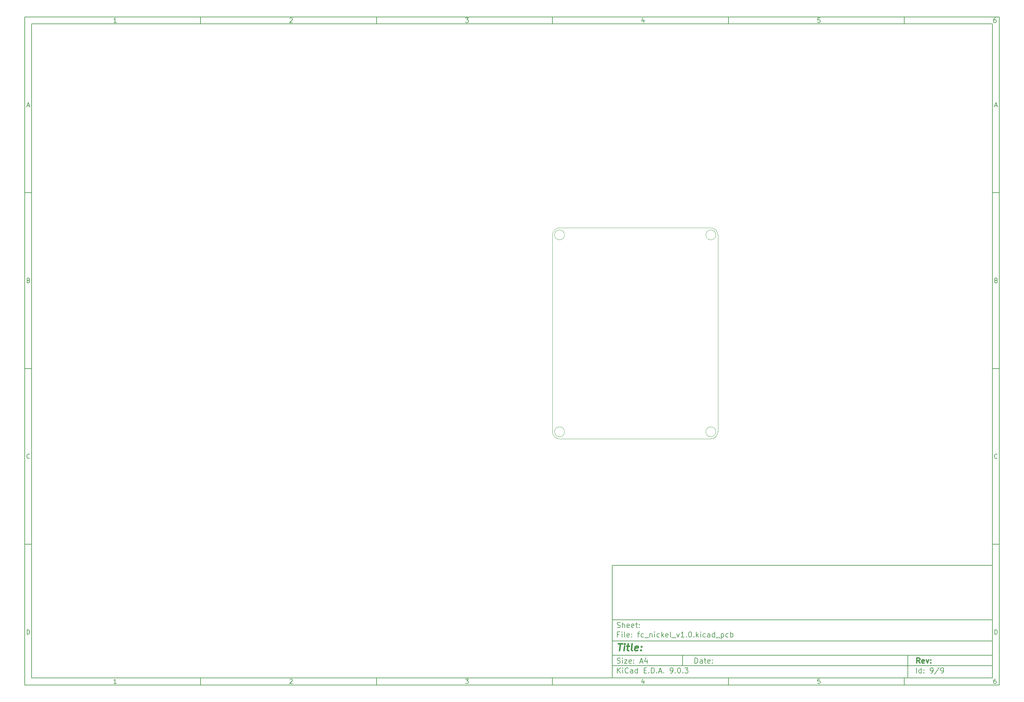
<source format=gbr>
%TF.GenerationSoftware,KiCad,Pcbnew,9.0.3*%
%TF.CreationDate,2025-07-26T10:56:30+05:30*%
%TF.ProjectId,fc_nickel_v1.0,66635f6e-6963-46b6-956c-5f76312e302e,rev?*%
%TF.SameCoordinates,Original*%
%TF.FileFunction,Profile,NP*%
%FSLAX46Y46*%
G04 Gerber Fmt 4.6, Leading zero omitted, Abs format (unit mm)*
G04 Created by KiCad (PCBNEW 9.0.3) date 2025-07-26 10:56:30*
%MOMM*%
%LPD*%
G01*
G04 APERTURE LIST*
%ADD10C,0.100000*%
%ADD11C,0.150000*%
%ADD12C,0.300000*%
%ADD13C,0.400000*%
%TA.AperFunction,Profile*%
%ADD14C,0.038100*%
%TD*%
G04 APERTURE END LIST*
D10*
D11*
X177002200Y-166007200D02*
X285002200Y-166007200D01*
X285002200Y-198007200D01*
X177002200Y-198007200D01*
X177002200Y-166007200D01*
D10*
D11*
X10000000Y-10000000D02*
X287002200Y-10000000D01*
X287002200Y-200007200D01*
X10000000Y-200007200D01*
X10000000Y-10000000D01*
D10*
D11*
X12000000Y-12000000D02*
X285002200Y-12000000D01*
X285002200Y-198007200D01*
X12000000Y-198007200D01*
X12000000Y-12000000D01*
D10*
D11*
X60000000Y-12000000D02*
X60000000Y-10000000D01*
D10*
D11*
X110000000Y-12000000D02*
X110000000Y-10000000D01*
D10*
D11*
X160000000Y-12000000D02*
X160000000Y-10000000D01*
D10*
D11*
X210000000Y-12000000D02*
X210000000Y-10000000D01*
D10*
D11*
X260000000Y-12000000D02*
X260000000Y-10000000D01*
D10*
D11*
X36089160Y-11593604D02*
X35346303Y-11593604D01*
X35717731Y-11593604D02*
X35717731Y-10293604D01*
X35717731Y-10293604D02*
X35593922Y-10479319D01*
X35593922Y-10479319D02*
X35470112Y-10603128D01*
X35470112Y-10603128D02*
X35346303Y-10665033D01*
D10*
D11*
X85346303Y-10417414D02*
X85408207Y-10355509D01*
X85408207Y-10355509D02*
X85532017Y-10293604D01*
X85532017Y-10293604D02*
X85841541Y-10293604D01*
X85841541Y-10293604D02*
X85965350Y-10355509D01*
X85965350Y-10355509D02*
X86027255Y-10417414D01*
X86027255Y-10417414D02*
X86089160Y-10541223D01*
X86089160Y-10541223D02*
X86089160Y-10665033D01*
X86089160Y-10665033D02*
X86027255Y-10850747D01*
X86027255Y-10850747D02*
X85284398Y-11593604D01*
X85284398Y-11593604D02*
X86089160Y-11593604D01*
D10*
D11*
X135284398Y-10293604D02*
X136089160Y-10293604D01*
X136089160Y-10293604D02*
X135655826Y-10788842D01*
X135655826Y-10788842D02*
X135841541Y-10788842D01*
X135841541Y-10788842D02*
X135965350Y-10850747D01*
X135965350Y-10850747D02*
X136027255Y-10912652D01*
X136027255Y-10912652D02*
X136089160Y-11036461D01*
X136089160Y-11036461D02*
X136089160Y-11345985D01*
X136089160Y-11345985D02*
X136027255Y-11469795D01*
X136027255Y-11469795D02*
X135965350Y-11531700D01*
X135965350Y-11531700D02*
X135841541Y-11593604D01*
X135841541Y-11593604D02*
X135470112Y-11593604D01*
X135470112Y-11593604D02*
X135346303Y-11531700D01*
X135346303Y-11531700D02*
X135284398Y-11469795D01*
D10*
D11*
X185965350Y-10726938D02*
X185965350Y-11593604D01*
X185655826Y-10231700D02*
X185346303Y-11160271D01*
X185346303Y-11160271D02*
X186151064Y-11160271D01*
D10*
D11*
X236027255Y-10293604D02*
X235408207Y-10293604D01*
X235408207Y-10293604D02*
X235346303Y-10912652D01*
X235346303Y-10912652D02*
X235408207Y-10850747D01*
X235408207Y-10850747D02*
X235532017Y-10788842D01*
X235532017Y-10788842D02*
X235841541Y-10788842D01*
X235841541Y-10788842D02*
X235965350Y-10850747D01*
X235965350Y-10850747D02*
X236027255Y-10912652D01*
X236027255Y-10912652D02*
X236089160Y-11036461D01*
X236089160Y-11036461D02*
X236089160Y-11345985D01*
X236089160Y-11345985D02*
X236027255Y-11469795D01*
X236027255Y-11469795D02*
X235965350Y-11531700D01*
X235965350Y-11531700D02*
X235841541Y-11593604D01*
X235841541Y-11593604D02*
X235532017Y-11593604D01*
X235532017Y-11593604D02*
X235408207Y-11531700D01*
X235408207Y-11531700D02*
X235346303Y-11469795D01*
D10*
D11*
X285965350Y-10293604D02*
X285717731Y-10293604D01*
X285717731Y-10293604D02*
X285593922Y-10355509D01*
X285593922Y-10355509D02*
X285532017Y-10417414D01*
X285532017Y-10417414D02*
X285408207Y-10603128D01*
X285408207Y-10603128D02*
X285346303Y-10850747D01*
X285346303Y-10850747D02*
X285346303Y-11345985D01*
X285346303Y-11345985D02*
X285408207Y-11469795D01*
X285408207Y-11469795D02*
X285470112Y-11531700D01*
X285470112Y-11531700D02*
X285593922Y-11593604D01*
X285593922Y-11593604D02*
X285841541Y-11593604D01*
X285841541Y-11593604D02*
X285965350Y-11531700D01*
X285965350Y-11531700D02*
X286027255Y-11469795D01*
X286027255Y-11469795D02*
X286089160Y-11345985D01*
X286089160Y-11345985D02*
X286089160Y-11036461D01*
X286089160Y-11036461D02*
X286027255Y-10912652D01*
X286027255Y-10912652D02*
X285965350Y-10850747D01*
X285965350Y-10850747D02*
X285841541Y-10788842D01*
X285841541Y-10788842D02*
X285593922Y-10788842D01*
X285593922Y-10788842D02*
X285470112Y-10850747D01*
X285470112Y-10850747D02*
X285408207Y-10912652D01*
X285408207Y-10912652D02*
X285346303Y-11036461D01*
D10*
D11*
X60000000Y-198007200D02*
X60000000Y-200007200D01*
D10*
D11*
X110000000Y-198007200D02*
X110000000Y-200007200D01*
D10*
D11*
X160000000Y-198007200D02*
X160000000Y-200007200D01*
D10*
D11*
X210000000Y-198007200D02*
X210000000Y-200007200D01*
D10*
D11*
X260000000Y-198007200D02*
X260000000Y-200007200D01*
D10*
D11*
X36089160Y-199600804D02*
X35346303Y-199600804D01*
X35717731Y-199600804D02*
X35717731Y-198300804D01*
X35717731Y-198300804D02*
X35593922Y-198486519D01*
X35593922Y-198486519D02*
X35470112Y-198610328D01*
X35470112Y-198610328D02*
X35346303Y-198672233D01*
D10*
D11*
X85346303Y-198424614D02*
X85408207Y-198362709D01*
X85408207Y-198362709D02*
X85532017Y-198300804D01*
X85532017Y-198300804D02*
X85841541Y-198300804D01*
X85841541Y-198300804D02*
X85965350Y-198362709D01*
X85965350Y-198362709D02*
X86027255Y-198424614D01*
X86027255Y-198424614D02*
X86089160Y-198548423D01*
X86089160Y-198548423D02*
X86089160Y-198672233D01*
X86089160Y-198672233D02*
X86027255Y-198857947D01*
X86027255Y-198857947D02*
X85284398Y-199600804D01*
X85284398Y-199600804D02*
X86089160Y-199600804D01*
D10*
D11*
X135284398Y-198300804D02*
X136089160Y-198300804D01*
X136089160Y-198300804D02*
X135655826Y-198796042D01*
X135655826Y-198796042D02*
X135841541Y-198796042D01*
X135841541Y-198796042D02*
X135965350Y-198857947D01*
X135965350Y-198857947D02*
X136027255Y-198919852D01*
X136027255Y-198919852D02*
X136089160Y-199043661D01*
X136089160Y-199043661D02*
X136089160Y-199353185D01*
X136089160Y-199353185D02*
X136027255Y-199476995D01*
X136027255Y-199476995D02*
X135965350Y-199538900D01*
X135965350Y-199538900D02*
X135841541Y-199600804D01*
X135841541Y-199600804D02*
X135470112Y-199600804D01*
X135470112Y-199600804D02*
X135346303Y-199538900D01*
X135346303Y-199538900D02*
X135284398Y-199476995D01*
D10*
D11*
X185965350Y-198734138D02*
X185965350Y-199600804D01*
X185655826Y-198238900D02*
X185346303Y-199167471D01*
X185346303Y-199167471D02*
X186151064Y-199167471D01*
D10*
D11*
X236027255Y-198300804D02*
X235408207Y-198300804D01*
X235408207Y-198300804D02*
X235346303Y-198919852D01*
X235346303Y-198919852D02*
X235408207Y-198857947D01*
X235408207Y-198857947D02*
X235532017Y-198796042D01*
X235532017Y-198796042D02*
X235841541Y-198796042D01*
X235841541Y-198796042D02*
X235965350Y-198857947D01*
X235965350Y-198857947D02*
X236027255Y-198919852D01*
X236027255Y-198919852D02*
X236089160Y-199043661D01*
X236089160Y-199043661D02*
X236089160Y-199353185D01*
X236089160Y-199353185D02*
X236027255Y-199476995D01*
X236027255Y-199476995D02*
X235965350Y-199538900D01*
X235965350Y-199538900D02*
X235841541Y-199600804D01*
X235841541Y-199600804D02*
X235532017Y-199600804D01*
X235532017Y-199600804D02*
X235408207Y-199538900D01*
X235408207Y-199538900D02*
X235346303Y-199476995D01*
D10*
D11*
X285965350Y-198300804D02*
X285717731Y-198300804D01*
X285717731Y-198300804D02*
X285593922Y-198362709D01*
X285593922Y-198362709D02*
X285532017Y-198424614D01*
X285532017Y-198424614D02*
X285408207Y-198610328D01*
X285408207Y-198610328D02*
X285346303Y-198857947D01*
X285346303Y-198857947D02*
X285346303Y-199353185D01*
X285346303Y-199353185D02*
X285408207Y-199476995D01*
X285408207Y-199476995D02*
X285470112Y-199538900D01*
X285470112Y-199538900D02*
X285593922Y-199600804D01*
X285593922Y-199600804D02*
X285841541Y-199600804D01*
X285841541Y-199600804D02*
X285965350Y-199538900D01*
X285965350Y-199538900D02*
X286027255Y-199476995D01*
X286027255Y-199476995D02*
X286089160Y-199353185D01*
X286089160Y-199353185D02*
X286089160Y-199043661D01*
X286089160Y-199043661D02*
X286027255Y-198919852D01*
X286027255Y-198919852D02*
X285965350Y-198857947D01*
X285965350Y-198857947D02*
X285841541Y-198796042D01*
X285841541Y-198796042D02*
X285593922Y-198796042D01*
X285593922Y-198796042D02*
X285470112Y-198857947D01*
X285470112Y-198857947D02*
X285408207Y-198919852D01*
X285408207Y-198919852D02*
X285346303Y-199043661D01*
D10*
D11*
X10000000Y-60000000D02*
X12000000Y-60000000D01*
D10*
D11*
X10000000Y-110000000D02*
X12000000Y-110000000D01*
D10*
D11*
X10000000Y-160000000D02*
X12000000Y-160000000D01*
D10*
D11*
X10690476Y-35222176D02*
X11309523Y-35222176D01*
X10566666Y-35593604D02*
X10999999Y-34293604D01*
X10999999Y-34293604D02*
X11433333Y-35593604D01*
D10*
D11*
X11092857Y-84912652D02*
X11278571Y-84974557D01*
X11278571Y-84974557D02*
X11340476Y-85036461D01*
X11340476Y-85036461D02*
X11402380Y-85160271D01*
X11402380Y-85160271D02*
X11402380Y-85345985D01*
X11402380Y-85345985D02*
X11340476Y-85469795D01*
X11340476Y-85469795D02*
X11278571Y-85531700D01*
X11278571Y-85531700D02*
X11154761Y-85593604D01*
X11154761Y-85593604D02*
X10659523Y-85593604D01*
X10659523Y-85593604D02*
X10659523Y-84293604D01*
X10659523Y-84293604D02*
X11092857Y-84293604D01*
X11092857Y-84293604D02*
X11216666Y-84355509D01*
X11216666Y-84355509D02*
X11278571Y-84417414D01*
X11278571Y-84417414D02*
X11340476Y-84541223D01*
X11340476Y-84541223D02*
X11340476Y-84665033D01*
X11340476Y-84665033D02*
X11278571Y-84788842D01*
X11278571Y-84788842D02*
X11216666Y-84850747D01*
X11216666Y-84850747D02*
X11092857Y-84912652D01*
X11092857Y-84912652D02*
X10659523Y-84912652D01*
D10*
D11*
X11402380Y-135469795D02*
X11340476Y-135531700D01*
X11340476Y-135531700D02*
X11154761Y-135593604D01*
X11154761Y-135593604D02*
X11030952Y-135593604D01*
X11030952Y-135593604D02*
X10845238Y-135531700D01*
X10845238Y-135531700D02*
X10721428Y-135407890D01*
X10721428Y-135407890D02*
X10659523Y-135284080D01*
X10659523Y-135284080D02*
X10597619Y-135036461D01*
X10597619Y-135036461D02*
X10597619Y-134850747D01*
X10597619Y-134850747D02*
X10659523Y-134603128D01*
X10659523Y-134603128D02*
X10721428Y-134479319D01*
X10721428Y-134479319D02*
X10845238Y-134355509D01*
X10845238Y-134355509D02*
X11030952Y-134293604D01*
X11030952Y-134293604D02*
X11154761Y-134293604D01*
X11154761Y-134293604D02*
X11340476Y-134355509D01*
X11340476Y-134355509D02*
X11402380Y-134417414D01*
D10*
D11*
X10659523Y-185593604D02*
X10659523Y-184293604D01*
X10659523Y-184293604D02*
X10969047Y-184293604D01*
X10969047Y-184293604D02*
X11154761Y-184355509D01*
X11154761Y-184355509D02*
X11278571Y-184479319D01*
X11278571Y-184479319D02*
X11340476Y-184603128D01*
X11340476Y-184603128D02*
X11402380Y-184850747D01*
X11402380Y-184850747D02*
X11402380Y-185036461D01*
X11402380Y-185036461D02*
X11340476Y-185284080D01*
X11340476Y-185284080D02*
X11278571Y-185407890D01*
X11278571Y-185407890D02*
X11154761Y-185531700D01*
X11154761Y-185531700D02*
X10969047Y-185593604D01*
X10969047Y-185593604D02*
X10659523Y-185593604D01*
D10*
D11*
X287002200Y-60000000D02*
X285002200Y-60000000D01*
D10*
D11*
X287002200Y-110000000D02*
X285002200Y-110000000D01*
D10*
D11*
X287002200Y-160000000D02*
X285002200Y-160000000D01*
D10*
D11*
X285692676Y-35222176D02*
X286311723Y-35222176D01*
X285568866Y-35593604D02*
X286002199Y-34293604D01*
X286002199Y-34293604D02*
X286435533Y-35593604D01*
D10*
D11*
X286095057Y-84912652D02*
X286280771Y-84974557D01*
X286280771Y-84974557D02*
X286342676Y-85036461D01*
X286342676Y-85036461D02*
X286404580Y-85160271D01*
X286404580Y-85160271D02*
X286404580Y-85345985D01*
X286404580Y-85345985D02*
X286342676Y-85469795D01*
X286342676Y-85469795D02*
X286280771Y-85531700D01*
X286280771Y-85531700D02*
X286156961Y-85593604D01*
X286156961Y-85593604D02*
X285661723Y-85593604D01*
X285661723Y-85593604D02*
X285661723Y-84293604D01*
X285661723Y-84293604D02*
X286095057Y-84293604D01*
X286095057Y-84293604D02*
X286218866Y-84355509D01*
X286218866Y-84355509D02*
X286280771Y-84417414D01*
X286280771Y-84417414D02*
X286342676Y-84541223D01*
X286342676Y-84541223D02*
X286342676Y-84665033D01*
X286342676Y-84665033D02*
X286280771Y-84788842D01*
X286280771Y-84788842D02*
X286218866Y-84850747D01*
X286218866Y-84850747D02*
X286095057Y-84912652D01*
X286095057Y-84912652D02*
X285661723Y-84912652D01*
D10*
D11*
X286404580Y-135469795D02*
X286342676Y-135531700D01*
X286342676Y-135531700D02*
X286156961Y-135593604D01*
X286156961Y-135593604D02*
X286033152Y-135593604D01*
X286033152Y-135593604D02*
X285847438Y-135531700D01*
X285847438Y-135531700D02*
X285723628Y-135407890D01*
X285723628Y-135407890D02*
X285661723Y-135284080D01*
X285661723Y-135284080D02*
X285599819Y-135036461D01*
X285599819Y-135036461D02*
X285599819Y-134850747D01*
X285599819Y-134850747D02*
X285661723Y-134603128D01*
X285661723Y-134603128D02*
X285723628Y-134479319D01*
X285723628Y-134479319D02*
X285847438Y-134355509D01*
X285847438Y-134355509D02*
X286033152Y-134293604D01*
X286033152Y-134293604D02*
X286156961Y-134293604D01*
X286156961Y-134293604D02*
X286342676Y-134355509D01*
X286342676Y-134355509D02*
X286404580Y-134417414D01*
D10*
D11*
X285661723Y-185593604D02*
X285661723Y-184293604D01*
X285661723Y-184293604D02*
X285971247Y-184293604D01*
X285971247Y-184293604D02*
X286156961Y-184355509D01*
X286156961Y-184355509D02*
X286280771Y-184479319D01*
X286280771Y-184479319D02*
X286342676Y-184603128D01*
X286342676Y-184603128D02*
X286404580Y-184850747D01*
X286404580Y-184850747D02*
X286404580Y-185036461D01*
X286404580Y-185036461D02*
X286342676Y-185284080D01*
X286342676Y-185284080D02*
X286280771Y-185407890D01*
X286280771Y-185407890D02*
X286156961Y-185531700D01*
X286156961Y-185531700D02*
X285971247Y-185593604D01*
X285971247Y-185593604D02*
X285661723Y-185593604D01*
D10*
D11*
X200458026Y-193793328D02*
X200458026Y-192293328D01*
X200458026Y-192293328D02*
X200815169Y-192293328D01*
X200815169Y-192293328D02*
X201029455Y-192364757D01*
X201029455Y-192364757D02*
X201172312Y-192507614D01*
X201172312Y-192507614D02*
X201243741Y-192650471D01*
X201243741Y-192650471D02*
X201315169Y-192936185D01*
X201315169Y-192936185D02*
X201315169Y-193150471D01*
X201315169Y-193150471D02*
X201243741Y-193436185D01*
X201243741Y-193436185D02*
X201172312Y-193579042D01*
X201172312Y-193579042D02*
X201029455Y-193721900D01*
X201029455Y-193721900D02*
X200815169Y-193793328D01*
X200815169Y-193793328D02*
X200458026Y-193793328D01*
X202600884Y-193793328D02*
X202600884Y-193007614D01*
X202600884Y-193007614D02*
X202529455Y-192864757D01*
X202529455Y-192864757D02*
X202386598Y-192793328D01*
X202386598Y-192793328D02*
X202100884Y-192793328D01*
X202100884Y-192793328D02*
X201958026Y-192864757D01*
X202600884Y-193721900D02*
X202458026Y-193793328D01*
X202458026Y-193793328D02*
X202100884Y-193793328D01*
X202100884Y-193793328D02*
X201958026Y-193721900D01*
X201958026Y-193721900D02*
X201886598Y-193579042D01*
X201886598Y-193579042D02*
X201886598Y-193436185D01*
X201886598Y-193436185D02*
X201958026Y-193293328D01*
X201958026Y-193293328D02*
X202100884Y-193221900D01*
X202100884Y-193221900D02*
X202458026Y-193221900D01*
X202458026Y-193221900D02*
X202600884Y-193150471D01*
X203100884Y-192793328D02*
X203672312Y-192793328D01*
X203315169Y-192293328D02*
X203315169Y-193579042D01*
X203315169Y-193579042D02*
X203386598Y-193721900D01*
X203386598Y-193721900D02*
X203529455Y-193793328D01*
X203529455Y-193793328D02*
X203672312Y-193793328D01*
X204743741Y-193721900D02*
X204600884Y-193793328D01*
X204600884Y-193793328D02*
X204315170Y-193793328D01*
X204315170Y-193793328D02*
X204172312Y-193721900D01*
X204172312Y-193721900D02*
X204100884Y-193579042D01*
X204100884Y-193579042D02*
X204100884Y-193007614D01*
X204100884Y-193007614D02*
X204172312Y-192864757D01*
X204172312Y-192864757D02*
X204315170Y-192793328D01*
X204315170Y-192793328D02*
X204600884Y-192793328D01*
X204600884Y-192793328D02*
X204743741Y-192864757D01*
X204743741Y-192864757D02*
X204815170Y-193007614D01*
X204815170Y-193007614D02*
X204815170Y-193150471D01*
X204815170Y-193150471D02*
X204100884Y-193293328D01*
X205458026Y-193650471D02*
X205529455Y-193721900D01*
X205529455Y-193721900D02*
X205458026Y-193793328D01*
X205458026Y-193793328D02*
X205386598Y-193721900D01*
X205386598Y-193721900D02*
X205458026Y-193650471D01*
X205458026Y-193650471D02*
X205458026Y-193793328D01*
X205458026Y-192864757D02*
X205529455Y-192936185D01*
X205529455Y-192936185D02*
X205458026Y-193007614D01*
X205458026Y-193007614D02*
X205386598Y-192936185D01*
X205386598Y-192936185D02*
X205458026Y-192864757D01*
X205458026Y-192864757D02*
X205458026Y-193007614D01*
D10*
D11*
X177002200Y-194507200D02*
X285002200Y-194507200D01*
D10*
D11*
X178458026Y-196593328D02*
X178458026Y-195093328D01*
X179315169Y-196593328D02*
X178672312Y-195736185D01*
X179315169Y-195093328D02*
X178458026Y-195950471D01*
X179958026Y-196593328D02*
X179958026Y-195593328D01*
X179958026Y-195093328D02*
X179886598Y-195164757D01*
X179886598Y-195164757D02*
X179958026Y-195236185D01*
X179958026Y-195236185D02*
X180029455Y-195164757D01*
X180029455Y-195164757D02*
X179958026Y-195093328D01*
X179958026Y-195093328D02*
X179958026Y-195236185D01*
X181529455Y-196450471D02*
X181458027Y-196521900D01*
X181458027Y-196521900D02*
X181243741Y-196593328D01*
X181243741Y-196593328D02*
X181100884Y-196593328D01*
X181100884Y-196593328D02*
X180886598Y-196521900D01*
X180886598Y-196521900D02*
X180743741Y-196379042D01*
X180743741Y-196379042D02*
X180672312Y-196236185D01*
X180672312Y-196236185D02*
X180600884Y-195950471D01*
X180600884Y-195950471D02*
X180600884Y-195736185D01*
X180600884Y-195736185D02*
X180672312Y-195450471D01*
X180672312Y-195450471D02*
X180743741Y-195307614D01*
X180743741Y-195307614D02*
X180886598Y-195164757D01*
X180886598Y-195164757D02*
X181100884Y-195093328D01*
X181100884Y-195093328D02*
X181243741Y-195093328D01*
X181243741Y-195093328D02*
X181458027Y-195164757D01*
X181458027Y-195164757D02*
X181529455Y-195236185D01*
X182815170Y-196593328D02*
X182815170Y-195807614D01*
X182815170Y-195807614D02*
X182743741Y-195664757D01*
X182743741Y-195664757D02*
X182600884Y-195593328D01*
X182600884Y-195593328D02*
X182315170Y-195593328D01*
X182315170Y-195593328D02*
X182172312Y-195664757D01*
X182815170Y-196521900D02*
X182672312Y-196593328D01*
X182672312Y-196593328D02*
X182315170Y-196593328D01*
X182315170Y-196593328D02*
X182172312Y-196521900D01*
X182172312Y-196521900D02*
X182100884Y-196379042D01*
X182100884Y-196379042D02*
X182100884Y-196236185D01*
X182100884Y-196236185D02*
X182172312Y-196093328D01*
X182172312Y-196093328D02*
X182315170Y-196021900D01*
X182315170Y-196021900D02*
X182672312Y-196021900D01*
X182672312Y-196021900D02*
X182815170Y-195950471D01*
X184172313Y-196593328D02*
X184172313Y-195093328D01*
X184172313Y-196521900D02*
X184029455Y-196593328D01*
X184029455Y-196593328D02*
X183743741Y-196593328D01*
X183743741Y-196593328D02*
X183600884Y-196521900D01*
X183600884Y-196521900D02*
X183529455Y-196450471D01*
X183529455Y-196450471D02*
X183458027Y-196307614D01*
X183458027Y-196307614D02*
X183458027Y-195879042D01*
X183458027Y-195879042D02*
X183529455Y-195736185D01*
X183529455Y-195736185D02*
X183600884Y-195664757D01*
X183600884Y-195664757D02*
X183743741Y-195593328D01*
X183743741Y-195593328D02*
X184029455Y-195593328D01*
X184029455Y-195593328D02*
X184172313Y-195664757D01*
X186029455Y-195807614D02*
X186529455Y-195807614D01*
X186743741Y-196593328D02*
X186029455Y-196593328D01*
X186029455Y-196593328D02*
X186029455Y-195093328D01*
X186029455Y-195093328D02*
X186743741Y-195093328D01*
X187386598Y-196450471D02*
X187458027Y-196521900D01*
X187458027Y-196521900D02*
X187386598Y-196593328D01*
X187386598Y-196593328D02*
X187315170Y-196521900D01*
X187315170Y-196521900D02*
X187386598Y-196450471D01*
X187386598Y-196450471D02*
X187386598Y-196593328D01*
X188100884Y-196593328D02*
X188100884Y-195093328D01*
X188100884Y-195093328D02*
X188458027Y-195093328D01*
X188458027Y-195093328D02*
X188672313Y-195164757D01*
X188672313Y-195164757D02*
X188815170Y-195307614D01*
X188815170Y-195307614D02*
X188886599Y-195450471D01*
X188886599Y-195450471D02*
X188958027Y-195736185D01*
X188958027Y-195736185D02*
X188958027Y-195950471D01*
X188958027Y-195950471D02*
X188886599Y-196236185D01*
X188886599Y-196236185D02*
X188815170Y-196379042D01*
X188815170Y-196379042D02*
X188672313Y-196521900D01*
X188672313Y-196521900D02*
X188458027Y-196593328D01*
X188458027Y-196593328D02*
X188100884Y-196593328D01*
X189600884Y-196450471D02*
X189672313Y-196521900D01*
X189672313Y-196521900D02*
X189600884Y-196593328D01*
X189600884Y-196593328D02*
X189529456Y-196521900D01*
X189529456Y-196521900D02*
X189600884Y-196450471D01*
X189600884Y-196450471D02*
X189600884Y-196593328D01*
X190243742Y-196164757D02*
X190958028Y-196164757D01*
X190100885Y-196593328D02*
X190600885Y-195093328D01*
X190600885Y-195093328D02*
X191100885Y-196593328D01*
X191600884Y-196450471D02*
X191672313Y-196521900D01*
X191672313Y-196521900D02*
X191600884Y-196593328D01*
X191600884Y-196593328D02*
X191529456Y-196521900D01*
X191529456Y-196521900D02*
X191600884Y-196450471D01*
X191600884Y-196450471D02*
X191600884Y-196593328D01*
X193529456Y-196593328D02*
X193815170Y-196593328D01*
X193815170Y-196593328D02*
X193958027Y-196521900D01*
X193958027Y-196521900D02*
X194029456Y-196450471D01*
X194029456Y-196450471D02*
X194172313Y-196236185D01*
X194172313Y-196236185D02*
X194243742Y-195950471D01*
X194243742Y-195950471D02*
X194243742Y-195379042D01*
X194243742Y-195379042D02*
X194172313Y-195236185D01*
X194172313Y-195236185D02*
X194100885Y-195164757D01*
X194100885Y-195164757D02*
X193958027Y-195093328D01*
X193958027Y-195093328D02*
X193672313Y-195093328D01*
X193672313Y-195093328D02*
X193529456Y-195164757D01*
X193529456Y-195164757D02*
X193458027Y-195236185D01*
X193458027Y-195236185D02*
X193386599Y-195379042D01*
X193386599Y-195379042D02*
X193386599Y-195736185D01*
X193386599Y-195736185D02*
X193458027Y-195879042D01*
X193458027Y-195879042D02*
X193529456Y-195950471D01*
X193529456Y-195950471D02*
X193672313Y-196021900D01*
X193672313Y-196021900D02*
X193958027Y-196021900D01*
X193958027Y-196021900D02*
X194100885Y-195950471D01*
X194100885Y-195950471D02*
X194172313Y-195879042D01*
X194172313Y-195879042D02*
X194243742Y-195736185D01*
X194886598Y-196450471D02*
X194958027Y-196521900D01*
X194958027Y-196521900D02*
X194886598Y-196593328D01*
X194886598Y-196593328D02*
X194815170Y-196521900D01*
X194815170Y-196521900D02*
X194886598Y-196450471D01*
X194886598Y-196450471D02*
X194886598Y-196593328D01*
X195886599Y-195093328D02*
X196029456Y-195093328D01*
X196029456Y-195093328D02*
X196172313Y-195164757D01*
X196172313Y-195164757D02*
X196243742Y-195236185D01*
X196243742Y-195236185D02*
X196315170Y-195379042D01*
X196315170Y-195379042D02*
X196386599Y-195664757D01*
X196386599Y-195664757D02*
X196386599Y-196021900D01*
X196386599Y-196021900D02*
X196315170Y-196307614D01*
X196315170Y-196307614D02*
X196243742Y-196450471D01*
X196243742Y-196450471D02*
X196172313Y-196521900D01*
X196172313Y-196521900D02*
X196029456Y-196593328D01*
X196029456Y-196593328D02*
X195886599Y-196593328D01*
X195886599Y-196593328D02*
X195743742Y-196521900D01*
X195743742Y-196521900D02*
X195672313Y-196450471D01*
X195672313Y-196450471D02*
X195600884Y-196307614D01*
X195600884Y-196307614D02*
X195529456Y-196021900D01*
X195529456Y-196021900D02*
X195529456Y-195664757D01*
X195529456Y-195664757D02*
X195600884Y-195379042D01*
X195600884Y-195379042D02*
X195672313Y-195236185D01*
X195672313Y-195236185D02*
X195743742Y-195164757D01*
X195743742Y-195164757D02*
X195886599Y-195093328D01*
X197029455Y-196450471D02*
X197100884Y-196521900D01*
X197100884Y-196521900D02*
X197029455Y-196593328D01*
X197029455Y-196593328D02*
X196958027Y-196521900D01*
X196958027Y-196521900D02*
X197029455Y-196450471D01*
X197029455Y-196450471D02*
X197029455Y-196593328D01*
X197600884Y-195093328D02*
X198529456Y-195093328D01*
X198529456Y-195093328D02*
X198029456Y-195664757D01*
X198029456Y-195664757D02*
X198243741Y-195664757D01*
X198243741Y-195664757D02*
X198386599Y-195736185D01*
X198386599Y-195736185D02*
X198458027Y-195807614D01*
X198458027Y-195807614D02*
X198529456Y-195950471D01*
X198529456Y-195950471D02*
X198529456Y-196307614D01*
X198529456Y-196307614D02*
X198458027Y-196450471D01*
X198458027Y-196450471D02*
X198386599Y-196521900D01*
X198386599Y-196521900D02*
X198243741Y-196593328D01*
X198243741Y-196593328D02*
X197815170Y-196593328D01*
X197815170Y-196593328D02*
X197672313Y-196521900D01*
X197672313Y-196521900D02*
X197600884Y-196450471D01*
D10*
D11*
X177002200Y-191507200D02*
X285002200Y-191507200D01*
D10*
D12*
X264413853Y-193785528D02*
X263913853Y-193071242D01*
X263556710Y-193785528D02*
X263556710Y-192285528D01*
X263556710Y-192285528D02*
X264128139Y-192285528D01*
X264128139Y-192285528D02*
X264270996Y-192356957D01*
X264270996Y-192356957D02*
X264342425Y-192428385D01*
X264342425Y-192428385D02*
X264413853Y-192571242D01*
X264413853Y-192571242D02*
X264413853Y-192785528D01*
X264413853Y-192785528D02*
X264342425Y-192928385D01*
X264342425Y-192928385D02*
X264270996Y-192999814D01*
X264270996Y-192999814D02*
X264128139Y-193071242D01*
X264128139Y-193071242D02*
X263556710Y-193071242D01*
X265628139Y-193714100D02*
X265485282Y-193785528D01*
X265485282Y-193785528D02*
X265199568Y-193785528D01*
X265199568Y-193785528D02*
X265056710Y-193714100D01*
X265056710Y-193714100D02*
X264985282Y-193571242D01*
X264985282Y-193571242D02*
X264985282Y-192999814D01*
X264985282Y-192999814D02*
X265056710Y-192856957D01*
X265056710Y-192856957D02*
X265199568Y-192785528D01*
X265199568Y-192785528D02*
X265485282Y-192785528D01*
X265485282Y-192785528D02*
X265628139Y-192856957D01*
X265628139Y-192856957D02*
X265699568Y-192999814D01*
X265699568Y-192999814D02*
X265699568Y-193142671D01*
X265699568Y-193142671D02*
X264985282Y-193285528D01*
X266199567Y-192785528D02*
X266556710Y-193785528D01*
X266556710Y-193785528D02*
X266913853Y-192785528D01*
X267485281Y-193642671D02*
X267556710Y-193714100D01*
X267556710Y-193714100D02*
X267485281Y-193785528D01*
X267485281Y-193785528D02*
X267413853Y-193714100D01*
X267413853Y-193714100D02*
X267485281Y-193642671D01*
X267485281Y-193642671D02*
X267485281Y-193785528D01*
X267485281Y-192856957D02*
X267556710Y-192928385D01*
X267556710Y-192928385D02*
X267485281Y-192999814D01*
X267485281Y-192999814D02*
X267413853Y-192928385D01*
X267413853Y-192928385D02*
X267485281Y-192856957D01*
X267485281Y-192856957D02*
X267485281Y-192999814D01*
D10*
D11*
X178386598Y-193721900D02*
X178600884Y-193793328D01*
X178600884Y-193793328D02*
X178958026Y-193793328D01*
X178958026Y-193793328D02*
X179100884Y-193721900D01*
X179100884Y-193721900D02*
X179172312Y-193650471D01*
X179172312Y-193650471D02*
X179243741Y-193507614D01*
X179243741Y-193507614D02*
X179243741Y-193364757D01*
X179243741Y-193364757D02*
X179172312Y-193221900D01*
X179172312Y-193221900D02*
X179100884Y-193150471D01*
X179100884Y-193150471D02*
X178958026Y-193079042D01*
X178958026Y-193079042D02*
X178672312Y-193007614D01*
X178672312Y-193007614D02*
X178529455Y-192936185D01*
X178529455Y-192936185D02*
X178458026Y-192864757D01*
X178458026Y-192864757D02*
X178386598Y-192721900D01*
X178386598Y-192721900D02*
X178386598Y-192579042D01*
X178386598Y-192579042D02*
X178458026Y-192436185D01*
X178458026Y-192436185D02*
X178529455Y-192364757D01*
X178529455Y-192364757D02*
X178672312Y-192293328D01*
X178672312Y-192293328D02*
X179029455Y-192293328D01*
X179029455Y-192293328D02*
X179243741Y-192364757D01*
X179886597Y-193793328D02*
X179886597Y-192793328D01*
X179886597Y-192293328D02*
X179815169Y-192364757D01*
X179815169Y-192364757D02*
X179886597Y-192436185D01*
X179886597Y-192436185D02*
X179958026Y-192364757D01*
X179958026Y-192364757D02*
X179886597Y-192293328D01*
X179886597Y-192293328D02*
X179886597Y-192436185D01*
X180458026Y-192793328D02*
X181243741Y-192793328D01*
X181243741Y-192793328D02*
X180458026Y-193793328D01*
X180458026Y-193793328D02*
X181243741Y-193793328D01*
X182386598Y-193721900D02*
X182243741Y-193793328D01*
X182243741Y-193793328D02*
X181958027Y-193793328D01*
X181958027Y-193793328D02*
X181815169Y-193721900D01*
X181815169Y-193721900D02*
X181743741Y-193579042D01*
X181743741Y-193579042D02*
X181743741Y-193007614D01*
X181743741Y-193007614D02*
X181815169Y-192864757D01*
X181815169Y-192864757D02*
X181958027Y-192793328D01*
X181958027Y-192793328D02*
X182243741Y-192793328D01*
X182243741Y-192793328D02*
X182386598Y-192864757D01*
X182386598Y-192864757D02*
X182458027Y-193007614D01*
X182458027Y-193007614D02*
X182458027Y-193150471D01*
X182458027Y-193150471D02*
X181743741Y-193293328D01*
X183100883Y-193650471D02*
X183172312Y-193721900D01*
X183172312Y-193721900D02*
X183100883Y-193793328D01*
X183100883Y-193793328D02*
X183029455Y-193721900D01*
X183029455Y-193721900D02*
X183100883Y-193650471D01*
X183100883Y-193650471D02*
X183100883Y-193793328D01*
X183100883Y-192864757D02*
X183172312Y-192936185D01*
X183172312Y-192936185D02*
X183100883Y-193007614D01*
X183100883Y-193007614D02*
X183029455Y-192936185D01*
X183029455Y-192936185D02*
X183100883Y-192864757D01*
X183100883Y-192864757D02*
X183100883Y-193007614D01*
X184886598Y-193364757D02*
X185600884Y-193364757D01*
X184743741Y-193793328D02*
X185243741Y-192293328D01*
X185243741Y-192293328D02*
X185743741Y-193793328D01*
X186886598Y-192793328D02*
X186886598Y-193793328D01*
X186529455Y-192221900D02*
X186172312Y-193293328D01*
X186172312Y-193293328D02*
X187100883Y-193293328D01*
D10*
D11*
X263458026Y-196593328D02*
X263458026Y-195093328D01*
X264815170Y-196593328D02*
X264815170Y-195093328D01*
X264815170Y-196521900D02*
X264672312Y-196593328D01*
X264672312Y-196593328D02*
X264386598Y-196593328D01*
X264386598Y-196593328D02*
X264243741Y-196521900D01*
X264243741Y-196521900D02*
X264172312Y-196450471D01*
X264172312Y-196450471D02*
X264100884Y-196307614D01*
X264100884Y-196307614D02*
X264100884Y-195879042D01*
X264100884Y-195879042D02*
X264172312Y-195736185D01*
X264172312Y-195736185D02*
X264243741Y-195664757D01*
X264243741Y-195664757D02*
X264386598Y-195593328D01*
X264386598Y-195593328D02*
X264672312Y-195593328D01*
X264672312Y-195593328D02*
X264815170Y-195664757D01*
X265529455Y-196450471D02*
X265600884Y-196521900D01*
X265600884Y-196521900D02*
X265529455Y-196593328D01*
X265529455Y-196593328D02*
X265458027Y-196521900D01*
X265458027Y-196521900D02*
X265529455Y-196450471D01*
X265529455Y-196450471D02*
X265529455Y-196593328D01*
X265529455Y-195664757D02*
X265600884Y-195736185D01*
X265600884Y-195736185D02*
X265529455Y-195807614D01*
X265529455Y-195807614D02*
X265458027Y-195736185D01*
X265458027Y-195736185D02*
X265529455Y-195664757D01*
X265529455Y-195664757D02*
X265529455Y-195807614D01*
X267458027Y-196593328D02*
X267743741Y-196593328D01*
X267743741Y-196593328D02*
X267886598Y-196521900D01*
X267886598Y-196521900D02*
X267958027Y-196450471D01*
X267958027Y-196450471D02*
X268100884Y-196236185D01*
X268100884Y-196236185D02*
X268172313Y-195950471D01*
X268172313Y-195950471D02*
X268172313Y-195379042D01*
X268172313Y-195379042D02*
X268100884Y-195236185D01*
X268100884Y-195236185D02*
X268029456Y-195164757D01*
X268029456Y-195164757D02*
X267886598Y-195093328D01*
X267886598Y-195093328D02*
X267600884Y-195093328D01*
X267600884Y-195093328D02*
X267458027Y-195164757D01*
X267458027Y-195164757D02*
X267386598Y-195236185D01*
X267386598Y-195236185D02*
X267315170Y-195379042D01*
X267315170Y-195379042D02*
X267315170Y-195736185D01*
X267315170Y-195736185D02*
X267386598Y-195879042D01*
X267386598Y-195879042D02*
X267458027Y-195950471D01*
X267458027Y-195950471D02*
X267600884Y-196021900D01*
X267600884Y-196021900D02*
X267886598Y-196021900D01*
X267886598Y-196021900D02*
X268029456Y-195950471D01*
X268029456Y-195950471D02*
X268100884Y-195879042D01*
X268100884Y-195879042D02*
X268172313Y-195736185D01*
X269886598Y-195021900D02*
X268600884Y-196950471D01*
X270458027Y-196593328D02*
X270743741Y-196593328D01*
X270743741Y-196593328D02*
X270886598Y-196521900D01*
X270886598Y-196521900D02*
X270958027Y-196450471D01*
X270958027Y-196450471D02*
X271100884Y-196236185D01*
X271100884Y-196236185D02*
X271172313Y-195950471D01*
X271172313Y-195950471D02*
X271172313Y-195379042D01*
X271172313Y-195379042D02*
X271100884Y-195236185D01*
X271100884Y-195236185D02*
X271029456Y-195164757D01*
X271029456Y-195164757D02*
X270886598Y-195093328D01*
X270886598Y-195093328D02*
X270600884Y-195093328D01*
X270600884Y-195093328D02*
X270458027Y-195164757D01*
X270458027Y-195164757D02*
X270386598Y-195236185D01*
X270386598Y-195236185D02*
X270315170Y-195379042D01*
X270315170Y-195379042D02*
X270315170Y-195736185D01*
X270315170Y-195736185D02*
X270386598Y-195879042D01*
X270386598Y-195879042D02*
X270458027Y-195950471D01*
X270458027Y-195950471D02*
X270600884Y-196021900D01*
X270600884Y-196021900D02*
X270886598Y-196021900D01*
X270886598Y-196021900D02*
X271029456Y-195950471D01*
X271029456Y-195950471D02*
X271100884Y-195879042D01*
X271100884Y-195879042D02*
X271172313Y-195736185D01*
D10*
D11*
X177002200Y-187507200D02*
X285002200Y-187507200D01*
D10*
D13*
X178693928Y-188211638D02*
X179836785Y-188211638D01*
X179015357Y-190211638D02*
X179265357Y-188211638D01*
X180253452Y-190211638D02*
X180420119Y-188878304D01*
X180503452Y-188211638D02*
X180396309Y-188306876D01*
X180396309Y-188306876D02*
X180479643Y-188402114D01*
X180479643Y-188402114D02*
X180586786Y-188306876D01*
X180586786Y-188306876D02*
X180503452Y-188211638D01*
X180503452Y-188211638D02*
X180479643Y-188402114D01*
X181086786Y-188878304D02*
X181848690Y-188878304D01*
X181455833Y-188211638D02*
X181241548Y-189925923D01*
X181241548Y-189925923D02*
X181312976Y-190116400D01*
X181312976Y-190116400D02*
X181491548Y-190211638D01*
X181491548Y-190211638D02*
X181682024Y-190211638D01*
X182634405Y-190211638D02*
X182455833Y-190116400D01*
X182455833Y-190116400D02*
X182384405Y-189925923D01*
X182384405Y-189925923D02*
X182598690Y-188211638D01*
X184170119Y-190116400D02*
X183967738Y-190211638D01*
X183967738Y-190211638D02*
X183586785Y-190211638D01*
X183586785Y-190211638D02*
X183408214Y-190116400D01*
X183408214Y-190116400D02*
X183336785Y-189925923D01*
X183336785Y-189925923D02*
X183432024Y-189164019D01*
X183432024Y-189164019D02*
X183551071Y-188973542D01*
X183551071Y-188973542D02*
X183753452Y-188878304D01*
X183753452Y-188878304D02*
X184134404Y-188878304D01*
X184134404Y-188878304D02*
X184312976Y-188973542D01*
X184312976Y-188973542D02*
X184384404Y-189164019D01*
X184384404Y-189164019D02*
X184360595Y-189354495D01*
X184360595Y-189354495D02*
X183384404Y-189544971D01*
X185134405Y-190021161D02*
X185217738Y-190116400D01*
X185217738Y-190116400D02*
X185110595Y-190211638D01*
X185110595Y-190211638D02*
X185027262Y-190116400D01*
X185027262Y-190116400D02*
X185134405Y-190021161D01*
X185134405Y-190021161D02*
X185110595Y-190211638D01*
X185265357Y-188973542D02*
X185348690Y-189068780D01*
X185348690Y-189068780D02*
X185241548Y-189164019D01*
X185241548Y-189164019D02*
X185158214Y-189068780D01*
X185158214Y-189068780D02*
X185265357Y-188973542D01*
X185265357Y-188973542D02*
X185241548Y-189164019D01*
D10*
D11*
X178958026Y-185607614D02*
X178458026Y-185607614D01*
X178458026Y-186393328D02*
X178458026Y-184893328D01*
X178458026Y-184893328D02*
X179172312Y-184893328D01*
X179743740Y-186393328D02*
X179743740Y-185393328D01*
X179743740Y-184893328D02*
X179672312Y-184964757D01*
X179672312Y-184964757D02*
X179743740Y-185036185D01*
X179743740Y-185036185D02*
X179815169Y-184964757D01*
X179815169Y-184964757D02*
X179743740Y-184893328D01*
X179743740Y-184893328D02*
X179743740Y-185036185D01*
X180672312Y-186393328D02*
X180529455Y-186321900D01*
X180529455Y-186321900D02*
X180458026Y-186179042D01*
X180458026Y-186179042D02*
X180458026Y-184893328D01*
X181815169Y-186321900D02*
X181672312Y-186393328D01*
X181672312Y-186393328D02*
X181386598Y-186393328D01*
X181386598Y-186393328D02*
X181243740Y-186321900D01*
X181243740Y-186321900D02*
X181172312Y-186179042D01*
X181172312Y-186179042D02*
X181172312Y-185607614D01*
X181172312Y-185607614D02*
X181243740Y-185464757D01*
X181243740Y-185464757D02*
X181386598Y-185393328D01*
X181386598Y-185393328D02*
X181672312Y-185393328D01*
X181672312Y-185393328D02*
X181815169Y-185464757D01*
X181815169Y-185464757D02*
X181886598Y-185607614D01*
X181886598Y-185607614D02*
X181886598Y-185750471D01*
X181886598Y-185750471D02*
X181172312Y-185893328D01*
X182529454Y-186250471D02*
X182600883Y-186321900D01*
X182600883Y-186321900D02*
X182529454Y-186393328D01*
X182529454Y-186393328D02*
X182458026Y-186321900D01*
X182458026Y-186321900D02*
X182529454Y-186250471D01*
X182529454Y-186250471D02*
X182529454Y-186393328D01*
X182529454Y-185464757D02*
X182600883Y-185536185D01*
X182600883Y-185536185D02*
X182529454Y-185607614D01*
X182529454Y-185607614D02*
X182458026Y-185536185D01*
X182458026Y-185536185D02*
X182529454Y-185464757D01*
X182529454Y-185464757D02*
X182529454Y-185607614D01*
X184172312Y-185393328D02*
X184743740Y-185393328D01*
X184386597Y-186393328D02*
X184386597Y-185107614D01*
X184386597Y-185107614D02*
X184458026Y-184964757D01*
X184458026Y-184964757D02*
X184600883Y-184893328D01*
X184600883Y-184893328D02*
X184743740Y-184893328D01*
X185886598Y-186321900D02*
X185743740Y-186393328D01*
X185743740Y-186393328D02*
X185458026Y-186393328D01*
X185458026Y-186393328D02*
X185315169Y-186321900D01*
X185315169Y-186321900D02*
X185243740Y-186250471D01*
X185243740Y-186250471D02*
X185172312Y-186107614D01*
X185172312Y-186107614D02*
X185172312Y-185679042D01*
X185172312Y-185679042D02*
X185243740Y-185536185D01*
X185243740Y-185536185D02*
X185315169Y-185464757D01*
X185315169Y-185464757D02*
X185458026Y-185393328D01*
X185458026Y-185393328D02*
X185743740Y-185393328D01*
X185743740Y-185393328D02*
X185886598Y-185464757D01*
X186172312Y-186536185D02*
X187315169Y-186536185D01*
X187672311Y-185393328D02*
X187672311Y-186393328D01*
X187672311Y-185536185D02*
X187743740Y-185464757D01*
X187743740Y-185464757D02*
X187886597Y-185393328D01*
X187886597Y-185393328D02*
X188100883Y-185393328D01*
X188100883Y-185393328D02*
X188243740Y-185464757D01*
X188243740Y-185464757D02*
X188315169Y-185607614D01*
X188315169Y-185607614D02*
X188315169Y-186393328D01*
X189029454Y-186393328D02*
X189029454Y-185393328D01*
X189029454Y-184893328D02*
X188958026Y-184964757D01*
X188958026Y-184964757D02*
X189029454Y-185036185D01*
X189029454Y-185036185D02*
X189100883Y-184964757D01*
X189100883Y-184964757D02*
X189029454Y-184893328D01*
X189029454Y-184893328D02*
X189029454Y-185036185D01*
X190386598Y-186321900D02*
X190243740Y-186393328D01*
X190243740Y-186393328D02*
X189958026Y-186393328D01*
X189958026Y-186393328D02*
X189815169Y-186321900D01*
X189815169Y-186321900D02*
X189743740Y-186250471D01*
X189743740Y-186250471D02*
X189672312Y-186107614D01*
X189672312Y-186107614D02*
X189672312Y-185679042D01*
X189672312Y-185679042D02*
X189743740Y-185536185D01*
X189743740Y-185536185D02*
X189815169Y-185464757D01*
X189815169Y-185464757D02*
X189958026Y-185393328D01*
X189958026Y-185393328D02*
X190243740Y-185393328D01*
X190243740Y-185393328D02*
X190386598Y-185464757D01*
X191029454Y-186393328D02*
X191029454Y-184893328D01*
X191172312Y-185821900D02*
X191600883Y-186393328D01*
X191600883Y-185393328D02*
X191029454Y-185964757D01*
X192815169Y-186321900D02*
X192672312Y-186393328D01*
X192672312Y-186393328D02*
X192386598Y-186393328D01*
X192386598Y-186393328D02*
X192243740Y-186321900D01*
X192243740Y-186321900D02*
X192172312Y-186179042D01*
X192172312Y-186179042D02*
X192172312Y-185607614D01*
X192172312Y-185607614D02*
X192243740Y-185464757D01*
X192243740Y-185464757D02*
X192386598Y-185393328D01*
X192386598Y-185393328D02*
X192672312Y-185393328D01*
X192672312Y-185393328D02*
X192815169Y-185464757D01*
X192815169Y-185464757D02*
X192886598Y-185607614D01*
X192886598Y-185607614D02*
X192886598Y-185750471D01*
X192886598Y-185750471D02*
X192172312Y-185893328D01*
X193743740Y-186393328D02*
X193600883Y-186321900D01*
X193600883Y-186321900D02*
X193529454Y-186179042D01*
X193529454Y-186179042D02*
X193529454Y-184893328D01*
X193958026Y-186536185D02*
X195100883Y-186536185D01*
X195315168Y-185393328D02*
X195672311Y-186393328D01*
X195672311Y-186393328D02*
X196029454Y-185393328D01*
X197386597Y-186393328D02*
X196529454Y-186393328D01*
X196958025Y-186393328D02*
X196958025Y-184893328D01*
X196958025Y-184893328D02*
X196815168Y-185107614D01*
X196815168Y-185107614D02*
X196672311Y-185250471D01*
X196672311Y-185250471D02*
X196529454Y-185321900D01*
X198029453Y-186250471D02*
X198100882Y-186321900D01*
X198100882Y-186321900D02*
X198029453Y-186393328D01*
X198029453Y-186393328D02*
X197958025Y-186321900D01*
X197958025Y-186321900D02*
X198029453Y-186250471D01*
X198029453Y-186250471D02*
X198029453Y-186393328D01*
X199029454Y-184893328D02*
X199172311Y-184893328D01*
X199172311Y-184893328D02*
X199315168Y-184964757D01*
X199315168Y-184964757D02*
X199386597Y-185036185D01*
X199386597Y-185036185D02*
X199458025Y-185179042D01*
X199458025Y-185179042D02*
X199529454Y-185464757D01*
X199529454Y-185464757D02*
X199529454Y-185821900D01*
X199529454Y-185821900D02*
X199458025Y-186107614D01*
X199458025Y-186107614D02*
X199386597Y-186250471D01*
X199386597Y-186250471D02*
X199315168Y-186321900D01*
X199315168Y-186321900D02*
X199172311Y-186393328D01*
X199172311Y-186393328D02*
X199029454Y-186393328D01*
X199029454Y-186393328D02*
X198886597Y-186321900D01*
X198886597Y-186321900D02*
X198815168Y-186250471D01*
X198815168Y-186250471D02*
X198743739Y-186107614D01*
X198743739Y-186107614D02*
X198672311Y-185821900D01*
X198672311Y-185821900D02*
X198672311Y-185464757D01*
X198672311Y-185464757D02*
X198743739Y-185179042D01*
X198743739Y-185179042D02*
X198815168Y-185036185D01*
X198815168Y-185036185D02*
X198886597Y-184964757D01*
X198886597Y-184964757D02*
X199029454Y-184893328D01*
X200172310Y-186250471D02*
X200243739Y-186321900D01*
X200243739Y-186321900D02*
X200172310Y-186393328D01*
X200172310Y-186393328D02*
X200100882Y-186321900D01*
X200100882Y-186321900D02*
X200172310Y-186250471D01*
X200172310Y-186250471D02*
X200172310Y-186393328D01*
X200886596Y-186393328D02*
X200886596Y-184893328D01*
X201029454Y-185821900D02*
X201458025Y-186393328D01*
X201458025Y-185393328D02*
X200886596Y-185964757D01*
X202100882Y-186393328D02*
X202100882Y-185393328D01*
X202100882Y-184893328D02*
X202029454Y-184964757D01*
X202029454Y-184964757D02*
X202100882Y-185036185D01*
X202100882Y-185036185D02*
X202172311Y-184964757D01*
X202172311Y-184964757D02*
X202100882Y-184893328D01*
X202100882Y-184893328D02*
X202100882Y-185036185D01*
X203458026Y-186321900D02*
X203315168Y-186393328D01*
X203315168Y-186393328D02*
X203029454Y-186393328D01*
X203029454Y-186393328D02*
X202886597Y-186321900D01*
X202886597Y-186321900D02*
X202815168Y-186250471D01*
X202815168Y-186250471D02*
X202743740Y-186107614D01*
X202743740Y-186107614D02*
X202743740Y-185679042D01*
X202743740Y-185679042D02*
X202815168Y-185536185D01*
X202815168Y-185536185D02*
X202886597Y-185464757D01*
X202886597Y-185464757D02*
X203029454Y-185393328D01*
X203029454Y-185393328D02*
X203315168Y-185393328D01*
X203315168Y-185393328D02*
X203458026Y-185464757D01*
X204743740Y-186393328D02*
X204743740Y-185607614D01*
X204743740Y-185607614D02*
X204672311Y-185464757D01*
X204672311Y-185464757D02*
X204529454Y-185393328D01*
X204529454Y-185393328D02*
X204243740Y-185393328D01*
X204243740Y-185393328D02*
X204100882Y-185464757D01*
X204743740Y-186321900D02*
X204600882Y-186393328D01*
X204600882Y-186393328D02*
X204243740Y-186393328D01*
X204243740Y-186393328D02*
X204100882Y-186321900D01*
X204100882Y-186321900D02*
X204029454Y-186179042D01*
X204029454Y-186179042D02*
X204029454Y-186036185D01*
X204029454Y-186036185D02*
X204100882Y-185893328D01*
X204100882Y-185893328D02*
X204243740Y-185821900D01*
X204243740Y-185821900D02*
X204600882Y-185821900D01*
X204600882Y-185821900D02*
X204743740Y-185750471D01*
X206100883Y-186393328D02*
X206100883Y-184893328D01*
X206100883Y-186321900D02*
X205958025Y-186393328D01*
X205958025Y-186393328D02*
X205672311Y-186393328D01*
X205672311Y-186393328D02*
X205529454Y-186321900D01*
X205529454Y-186321900D02*
X205458025Y-186250471D01*
X205458025Y-186250471D02*
X205386597Y-186107614D01*
X205386597Y-186107614D02*
X205386597Y-185679042D01*
X205386597Y-185679042D02*
X205458025Y-185536185D01*
X205458025Y-185536185D02*
X205529454Y-185464757D01*
X205529454Y-185464757D02*
X205672311Y-185393328D01*
X205672311Y-185393328D02*
X205958025Y-185393328D01*
X205958025Y-185393328D02*
X206100883Y-185464757D01*
X206458026Y-186536185D02*
X207600883Y-186536185D01*
X207958025Y-185393328D02*
X207958025Y-186893328D01*
X207958025Y-185464757D02*
X208100883Y-185393328D01*
X208100883Y-185393328D02*
X208386597Y-185393328D01*
X208386597Y-185393328D02*
X208529454Y-185464757D01*
X208529454Y-185464757D02*
X208600883Y-185536185D01*
X208600883Y-185536185D02*
X208672311Y-185679042D01*
X208672311Y-185679042D02*
X208672311Y-186107614D01*
X208672311Y-186107614D02*
X208600883Y-186250471D01*
X208600883Y-186250471D02*
X208529454Y-186321900D01*
X208529454Y-186321900D02*
X208386597Y-186393328D01*
X208386597Y-186393328D02*
X208100883Y-186393328D01*
X208100883Y-186393328D02*
X207958025Y-186321900D01*
X209958026Y-186321900D02*
X209815168Y-186393328D01*
X209815168Y-186393328D02*
X209529454Y-186393328D01*
X209529454Y-186393328D02*
X209386597Y-186321900D01*
X209386597Y-186321900D02*
X209315168Y-186250471D01*
X209315168Y-186250471D02*
X209243740Y-186107614D01*
X209243740Y-186107614D02*
X209243740Y-185679042D01*
X209243740Y-185679042D02*
X209315168Y-185536185D01*
X209315168Y-185536185D02*
X209386597Y-185464757D01*
X209386597Y-185464757D02*
X209529454Y-185393328D01*
X209529454Y-185393328D02*
X209815168Y-185393328D01*
X209815168Y-185393328D02*
X209958026Y-185464757D01*
X210600882Y-186393328D02*
X210600882Y-184893328D01*
X210600882Y-185464757D02*
X210743740Y-185393328D01*
X210743740Y-185393328D02*
X211029454Y-185393328D01*
X211029454Y-185393328D02*
X211172311Y-185464757D01*
X211172311Y-185464757D02*
X211243740Y-185536185D01*
X211243740Y-185536185D02*
X211315168Y-185679042D01*
X211315168Y-185679042D02*
X211315168Y-186107614D01*
X211315168Y-186107614D02*
X211243740Y-186250471D01*
X211243740Y-186250471D02*
X211172311Y-186321900D01*
X211172311Y-186321900D02*
X211029454Y-186393328D01*
X211029454Y-186393328D02*
X210743740Y-186393328D01*
X210743740Y-186393328D02*
X210600882Y-186321900D01*
D10*
D11*
X177002200Y-181507200D02*
X285002200Y-181507200D01*
D10*
D11*
X178386598Y-183621900D02*
X178600884Y-183693328D01*
X178600884Y-183693328D02*
X178958026Y-183693328D01*
X178958026Y-183693328D02*
X179100884Y-183621900D01*
X179100884Y-183621900D02*
X179172312Y-183550471D01*
X179172312Y-183550471D02*
X179243741Y-183407614D01*
X179243741Y-183407614D02*
X179243741Y-183264757D01*
X179243741Y-183264757D02*
X179172312Y-183121900D01*
X179172312Y-183121900D02*
X179100884Y-183050471D01*
X179100884Y-183050471D02*
X178958026Y-182979042D01*
X178958026Y-182979042D02*
X178672312Y-182907614D01*
X178672312Y-182907614D02*
X178529455Y-182836185D01*
X178529455Y-182836185D02*
X178458026Y-182764757D01*
X178458026Y-182764757D02*
X178386598Y-182621900D01*
X178386598Y-182621900D02*
X178386598Y-182479042D01*
X178386598Y-182479042D02*
X178458026Y-182336185D01*
X178458026Y-182336185D02*
X178529455Y-182264757D01*
X178529455Y-182264757D02*
X178672312Y-182193328D01*
X178672312Y-182193328D02*
X179029455Y-182193328D01*
X179029455Y-182193328D02*
X179243741Y-182264757D01*
X179886597Y-183693328D02*
X179886597Y-182193328D01*
X180529455Y-183693328D02*
X180529455Y-182907614D01*
X180529455Y-182907614D02*
X180458026Y-182764757D01*
X180458026Y-182764757D02*
X180315169Y-182693328D01*
X180315169Y-182693328D02*
X180100883Y-182693328D01*
X180100883Y-182693328D02*
X179958026Y-182764757D01*
X179958026Y-182764757D02*
X179886597Y-182836185D01*
X181815169Y-183621900D02*
X181672312Y-183693328D01*
X181672312Y-183693328D02*
X181386598Y-183693328D01*
X181386598Y-183693328D02*
X181243740Y-183621900D01*
X181243740Y-183621900D02*
X181172312Y-183479042D01*
X181172312Y-183479042D02*
X181172312Y-182907614D01*
X181172312Y-182907614D02*
X181243740Y-182764757D01*
X181243740Y-182764757D02*
X181386598Y-182693328D01*
X181386598Y-182693328D02*
X181672312Y-182693328D01*
X181672312Y-182693328D02*
X181815169Y-182764757D01*
X181815169Y-182764757D02*
X181886598Y-182907614D01*
X181886598Y-182907614D02*
X181886598Y-183050471D01*
X181886598Y-183050471D02*
X181172312Y-183193328D01*
X183100883Y-183621900D02*
X182958026Y-183693328D01*
X182958026Y-183693328D02*
X182672312Y-183693328D01*
X182672312Y-183693328D02*
X182529454Y-183621900D01*
X182529454Y-183621900D02*
X182458026Y-183479042D01*
X182458026Y-183479042D02*
X182458026Y-182907614D01*
X182458026Y-182907614D02*
X182529454Y-182764757D01*
X182529454Y-182764757D02*
X182672312Y-182693328D01*
X182672312Y-182693328D02*
X182958026Y-182693328D01*
X182958026Y-182693328D02*
X183100883Y-182764757D01*
X183100883Y-182764757D02*
X183172312Y-182907614D01*
X183172312Y-182907614D02*
X183172312Y-183050471D01*
X183172312Y-183050471D02*
X182458026Y-183193328D01*
X183600883Y-182693328D02*
X184172311Y-182693328D01*
X183815168Y-182193328D02*
X183815168Y-183479042D01*
X183815168Y-183479042D02*
X183886597Y-183621900D01*
X183886597Y-183621900D02*
X184029454Y-183693328D01*
X184029454Y-183693328D02*
X184172311Y-183693328D01*
X184672311Y-183550471D02*
X184743740Y-183621900D01*
X184743740Y-183621900D02*
X184672311Y-183693328D01*
X184672311Y-183693328D02*
X184600883Y-183621900D01*
X184600883Y-183621900D02*
X184672311Y-183550471D01*
X184672311Y-183550471D02*
X184672311Y-183693328D01*
X184672311Y-182764757D02*
X184743740Y-182836185D01*
X184743740Y-182836185D02*
X184672311Y-182907614D01*
X184672311Y-182907614D02*
X184600883Y-182836185D01*
X184600883Y-182836185D02*
X184672311Y-182764757D01*
X184672311Y-182764757D02*
X184672311Y-182907614D01*
D10*
D11*
X197002200Y-191507200D02*
X197002200Y-194507200D01*
D10*
D11*
X261002200Y-191507200D02*
X261002200Y-198007200D01*
D14*
X163414214Y-128000000D02*
G75*
G02*
X160585786Y-128000000I-1414214J0D01*
G01*
X160585786Y-128000000D02*
G75*
G02*
X163414214Y-128000000I1414214J0D01*
G01*
X163414214Y-72000000D02*
G75*
G02*
X160585786Y-72000000I-1414214J0D01*
G01*
X160585786Y-72000000D02*
G75*
G02*
X163414214Y-72000000I1414214J0D01*
G01*
X205000000Y-130000000D02*
X162000000Y-130000000D01*
X162000000Y-70000000D02*
X205000000Y-70000000D01*
X206414214Y-72000000D02*
G75*
G02*
X203585786Y-72000000I-1414214J0D01*
G01*
X203585786Y-72000000D02*
G75*
G02*
X206414214Y-72000000I1414214J0D01*
G01*
X160000000Y-72000000D02*
G75*
G02*
X162000000Y-70000000I2000000J0D01*
G01*
X160000000Y-128000000D02*
X160000000Y-72000000D01*
X206414214Y-128000000D02*
G75*
G02*
X203585786Y-128000000I-1414214J0D01*
G01*
X203585786Y-128000000D02*
G75*
G02*
X206414214Y-128000000I1414214J0D01*
G01*
X205000000Y-70000000D02*
G75*
G02*
X207000000Y-72000000I0J-2000000D01*
G01*
X207000000Y-72000000D02*
X207000000Y-128000000D01*
X207000000Y-128000000D02*
G75*
G02*
X205000000Y-130000000I-2000000J0D01*
G01*
X162000000Y-130000000D02*
G75*
G02*
X160000000Y-128000000I0J2000000D01*
G01*
M02*

</source>
